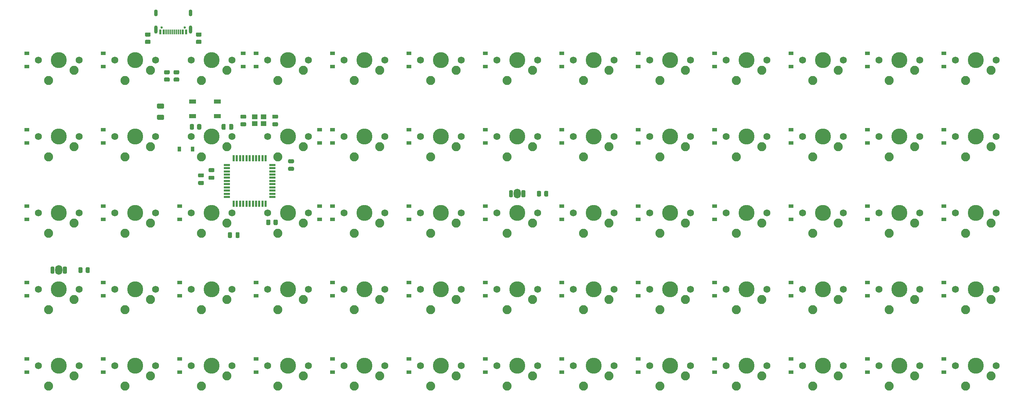
<source format=gbr>
%TF.GenerationSoftware,KiCad,Pcbnew,5.1.9+dfsg1-1*%
%TF.CreationDate,2021-12-19T00:26:22+01:00*%
%TF.ProjectId,okey65-pcb,6f6b6579-3635-42d7-9063-622e6b696361,rev?*%
%TF.SameCoordinates,Original*%
%TF.FileFunction,Soldermask,Bot*%
%TF.FilePolarity,Negative*%
%FSLAX46Y46*%
G04 Gerber Fmt 4.6, Leading zero omitted, Abs format (unit mm)*
G04 Created by KiCad (PCBNEW 5.1.9+dfsg1-1) date 2021-12-19 00:26:22*
%MOMM*%
%LPD*%
G01*
G04 APERTURE LIST*
%ADD10C,2.250000*%
%ADD11C,3.987800*%
%ADD12C,1.750000*%
%ADD13R,1.400000X1.200000*%
%ADD14R,0.550000X1.500000*%
%ADD15R,1.500000X0.550000*%
%ADD16R,1.800000X1.100000*%
%ADD17R,0.600000X1.160000*%
%ADD18C,0.600000*%
%ADD19R,0.300000X1.160000*%
%ADD20O,0.900000X1.700000*%
%ADD21O,0.900000X2.000000*%
%ADD22O,1.800000X2.400000*%
%ADD23R,1.200000X0.900000*%
%ADD24R,0.900000X1.200000*%
G04 APERTURE END LIST*
D10*
%TO.C,MX3*%
X68897500Y-46355000D03*
D11*
X71437500Y-41275000D03*
D10*
X75247500Y-43815000D03*
D12*
X76517500Y-41275000D03*
X66357500Y-41275000D03*
%TD*%
D10*
%TO.C,MX34*%
X164147500Y-84455000D03*
D11*
X166687500Y-79375000D03*
D10*
X170497500Y-81915000D03*
D12*
X171767500Y-79375000D03*
X161607500Y-79375000D03*
%TD*%
D10*
%TO.C,MX30*%
X87947500Y-84455000D03*
D11*
X90487500Y-79375000D03*
D10*
X94297500Y-81915000D03*
D12*
X95567500Y-79375000D03*
X85407500Y-79375000D03*
%TD*%
D10*
%TO.C,MX29*%
X68897500Y-84455000D03*
D11*
X71437500Y-79375000D03*
D10*
X75247500Y-81915000D03*
D12*
X76517500Y-79375000D03*
X66357500Y-79375000D03*
%TD*%
D10*
%TO.C,MX16*%
X68897500Y-65405000D03*
D11*
X71437500Y-60325000D03*
D10*
X75247500Y-62865000D03*
D12*
X76517500Y-60325000D03*
X66357500Y-60325000D03*
%TD*%
%TO.C,F1*%
G36*
G01*
X59362500Y-53387500D02*
X58112500Y-53387500D01*
G75*
G02*
X57862500Y-53137500I0J250000D01*
G01*
X57862500Y-52387500D01*
G75*
G02*
X58112500Y-52137500I250000J0D01*
G01*
X59362500Y-52137500D01*
G75*
G02*
X59612500Y-52387500I0J-250000D01*
G01*
X59612500Y-53137500D01*
G75*
G02*
X59362500Y-53387500I-250000J0D01*
G01*
G37*
G36*
G01*
X59362500Y-56187500D02*
X58112500Y-56187500D01*
G75*
G02*
X57862500Y-55937500I0J250000D01*
G01*
X57862500Y-55187500D01*
G75*
G02*
X58112500Y-54937500I250000J0D01*
G01*
X59362500Y-54937500D01*
G75*
G02*
X59612500Y-55187500I0J-250000D01*
G01*
X59612500Y-55937500D01*
G75*
G02*
X59362500Y-56187500I-250000J0D01*
G01*
G37*
%TD*%
D13*
%TO.C,Y1*%
X84443750Y-55450000D03*
X82243750Y-55450000D03*
X82243750Y-57150000D03*
X84443750Y-57150000D03*
%TD*%
D14*
%TO.C,U1*%
X76962500Y-77137500D03*
X77762500Y-77137500D03*
X78562500Y-77137500D03*
X79362500Y-77137500D03*
X80162500Y-77137500D03*
X80962500Y-77137500D03*
X81762500Y-77137500D03*
X82562500Y-77137500D03*
X83362500Y-77137500D03*
X84162500Y-77137500D03*
X84962500Y-77137500D03*
D15*
X86662500Y-75437500D03*
X86662500Y-74637500D03*
X86662500Y-73837500D03*
X86662500Y-73037500D03*
X86662500Y-72237500D03*
X86662500Y-71437500D03*
X86662500Y-70637500D03*
X86662500Y-69837500D03*
X86662500Y-69037500D03*
X86662500Y-68237500D03*
X86662500Y-67437500D03*
D14*
X84962500Y-65737500D03*
X84162500Y-65737500D03*
X83362500Y-65737500D03*
X82562500Y-65737500D03*
X81762500Y-65737500D03*
X80962500Y-65737500D03*
X80162500Y-65737500D03*
X79362500Y-65737500D03*
X78562500Y-65737500D03*
X77762500Y-65737500D03*
X76962500Y-65737500D03*
D15*
X75262500Y-67437500D03*
X75262500Y-68237500D03*
X75262500Y-69037500D03*
X75262500Y-69837500D03*
X75262500Y-70637500D03*
X75262500Y-71437500D03*
X75262500Y-72237500D03*
X75262500Y-73037500D03*
X75262500Y-73837500D03*
X75262500Y-74637500D03*
X75262500Y-75437500D03*
%TD*%
D16*
%TO.C,SW1*%
X72950000Y-51593750D03*
X66750000Y-55293750D03*
X72950000Y-55293750D03*
X66750000Y-51593750D03*
%TD*%
%TO.C,R8*%
G36*
G01*
X154387500Y-75062501D02*
X154387500Y-74162499D01*
G75*
G02*
X154637499Y-73912500I249999J0D01*
G01*
X155162501Y-73912500D01*
G75*
G02*
X155412500Y-74162499I0J-249999D01*
G01*
X155412500Y-75062501D01*
G75*
G02*
X155162501Y-75312500I-249999J0D01*
G01*
X154637499Y-75312500D01*
G75*
G02*
X154387500Y-75062501I0J249999D01*
G01*
G37*
G36*
G01*
X152562500Y-75062501D02*
X152562500Y-74162499D01*
G75*
G02*
X152812499Y-73912500I249999J0D01*
G01*
X153337501Y-73912500D01*
G75*
G02*
X153587500Y-74162499I0J-249999D01*
G01*
X153587500Y-75062501D01*
G75*
G02*
X153337501Y-75312500I-249999J0D01*
G01*
X152812499Y-75312500D01*
G75*
G02*
X152562500Y-75062501I0J249999D01*
G01*
G37*
%TD*%
%TO.C,R7*%
G36*
G01*
X67812499Y-36237500D02*
X68712501Y-36237500D01*
G75*
G02*
X68962500Y-36487499I0J-249999D01*
G01*
X68962500Y-37012501D01*
G75*
G02*
X68712501Y-37262500I-249999J0D01*
G01*
X67812499Y-37262500D01*
G75*
G02*
X67562500Y-37012501I0J249999D01*
G01*
X67562500Y-36487499D01*
G75*
G02*
X67812499Y-36237500I249999J0D01*
G01*
G37*
G36*
G01*
X67812499Y-34412500D02*
X68712501Y-34412500D01*
G75*
G02*
X68962500Y-34662499I0J-249999D01*
G01*
X68962500Y-35187501D01*
G75*
G02*
X68712501Y-35437500I-249999J0D01*
G01*
X67812499Y-35437500D01*
G75*
G02*
X67562500Y-35187501I0J249999D01*
G01*
X67562500Y-34662499D01*
G75*
G02*
X67812499Y-34412500I249999J0D01*
G01*
G37*
%TD*%
%TO.C,R6*%
G36*
G01*
X55112499Y-36237500D02*
X56012501Y-36237500D01*
G75*
G02*
X56262500Y-36487499I0J-249999D01*
G01*
X56262500Y-37012501D01*
G75*
G02*
X56012501Y-37262500I-249999J0D01*
G01*
X55112499Y-37262500D01*
G75*
G02*
X54862500Y-37012501I0J249999D01*
G01*
X54862500Y-36487499D01*
G75*
G02*
X55112499Y-36237500I249999J0D01*
G01*
G37*
G36*
G01*
X55112499Y-34412500D02*
X56012501Y-34412500D01*
G75*
G02*
X56262500Y-34662499I0J-249999D01*
G01*
X56262500Y-35187501D01*
G75*
G02*
X56012501Y-35437500I-249999J0D01*
G01*
X55112499Y-35437500D01*
G75*
G02*
X54862500Y-35187501I0J249999D01*
G01*
X54862500Y-34662499D01*
G75*
G02*
X55112499Y-34412500I249999J0D01*
G01*
G37*
%TD*%
%TO.C,R5*%
G36*
G01*
X40087500Y-94112501D02*
X40087500Y-93212499D01*
G75*
G02*
X40337499Y-92962500I249999J0D01*
G01*
X40862501Y-92962500D01*
G75*
G02*
X41112500Y-93212499I0J-249999D01*
G01*
X41112500Y-94112501D01*
G75*
G02*
X40862501Y-94362500I-249999J0D01*
G01*
X40337499Y-94362500D01*
G75*
G02*
X40087500Y-94112501I0J249999D01*
G01*
G37*
G36*
G01*
X38262500Y-94112501D02*
X38262500Y-93212499D01*
G75*
G02*
X38512499Y-92962500I249999J0D01*
G01*
X39037501Y-92962500D01*
G75*
G02*
X39287500Y-93212499I0J-249999D01*
G01*
X39287500Y-94112501D01*
G75*
G02*
X39037501Y-94362500I-249999J0D01*
G01*
X38512499Y-94362500D01*
G75*
G02*
X38262500Y-94112501I0J249999D01*
G01*
G37*
%TD*%
%TO.C,R4*%
G36*
G01*
X86918750Y-82206251D02*
X86918750Y-81306249D01*
G75*
G02*
X87168749Y-81056250I249999J0D01*
G01*
X87693751Y-81056250D01*
G75*
G02*
X87943750Y-81306249I0J-249999D01*
G01*
X87943750Y-82206251D01*
G75*
G02*
X87693751Y-82456250I-249999J0D01*
G01*
X87168749Y-82456250D01*
G75*
G02*
X86918750Y-82206251I0J249999D01*
G01*
G37*
G36*
G01*
X85093750Y-82206251D02*
X85093750Y-81306249D01*
G75*
G02*
X85343749Y-81056250I249999J0D01*
G01*
X85868751Y-81056250D01*
G75*
G02*
X86118750Y-81306249I0J-249999D01*
G01*
X86118750Y-82206251D01*
G75*
G02*
X85868751Y-82456250I-249999J0D01*
G01*
X85343749Y-82456250D01*
G75*
G02*
X85093750Y-82206251I0J249999D01*
G01*
G37*
%TD*%
%TO.C,R3*%
G36*
G01*
X60775001Y-44843750D02*
X59874999Y-44843750D01*
G75*
G02*
X59625000Y-44593751I0J249999D01*
G01*
X59625000Y-44068749D01*
G75*
G02*
X59874999Y-43818750I249999J0D01*
G01*
X60775001Y-43818750D01*
G75*
G02*
X61025000Y-44068749I0J-249999D01*
G01*
X61025000Y-44593751D01*
G75*
G02*
X60775001Y-44843750I-249999J0D01*
G01*
G37*
G36*
G01*
X60775001Y-46668750D02*
X59874999Y-46668750D01*
G75*
G02*
X59625000Y-46418751I0J249999D01*
G01*
X59625000Y-45893749D01*
G75*
G02*
X59874999Y-45643750I249999J0D01*
G01*
X60775001Y-45643750D01*
G75*
G02*
X61025000Y-45893749I0J-249999D01*
G01*
X61025000Y-46418751D01*
G75*
G02*
X60775001Y-46668750I-249999J0D01*
G01*
G37*
%TD*%
%TO.C,R2*%
G36*
G01*
X63156251Y-44843750D02*
X62256249Y-44843750D01*
G75*
G02*
X62006250Y-44593751I0J249999D01*
G01*
X62006250Y-44068749D01*
G75*
G02*
X62256249Y-43818750I249999J0D01*
G01*
X63156251Y-43818750D01*
G75*
G02*
X63406250Y-44068749I0J-249999D01*
G01*
X63406250Y-44593751D01*
G75*
G02*
X63156251Y-44843750I-249999J0D01*
G01*
G37*
G36*
G01*
X63156251Y-46668750D02*
X62256249Y-46668750D01*
G75*
G02*
X62006250Y-46418751I0J249999D01*
G01*
X62006250Y-45893749D01*
G75*
G02*
X62256249Y-45643750I249999J0D01*
G01*
X63156251Y-45643750D01*
G75*
G02*
X63406250Y-45893749I0J-249999D01*
G01*
X63406250Y-46418751D01*
G75*
G02*
X63156251Y-46668750I-249999J0D01*
G01*
G37*
%TD*%
%TO.C,R1*%
G36*
G01*
X67068750Y-57493749D02*
X67068750Y-58393751D01*
G75*
G02*
X66818751Y-58643750I-249999J0D01*
G01*
X66293749Y-58643750D01*
G75*
G02*
X66043750Y-58393751I0J249999D01*
G01*
X66043750Y-57493749D01*
G75*
G02*
X66293749Y-57243750I249999J0D01*
G01*
X66818751Y-57243750D01*
G75*
G02*
X67068750Y-57493749I0J-249999D01*
G01*
G37*
G36*
G01*
X68893750Y-57493749D02*
X68893750Y-58393751D01*
G75*
G02*
X68643751Y-58643750I-249999J0D01*
G01*
X68118749Y-58643750D01*
G75*
G02*
X67868750Y-58393751I0J249999D01*
G01*
X67868750Y-57493749D01*
G75*
G02*
X68118749Y-57243750I249999J0D01*
G01*
X68643751Y-57243750D01*
G75*
G02*
X68893750Y-57493749I0J-249999D01*
G01*
G37*
%TD*%
D10*
%TO.C,MX65*%
X259397500Y-122555000D03*
D11*
X261937500Y-117475000D03*
D10*
X265747500Y-120015000D03*
D12*
X267017500Y-117475000D03*
X256857500Y-117475000D03*
%TD*%
D10*
%TO.C,MX64*%
X240347500Y-122555000D03*
D11*
X242887500Y-117475000D03*
D10*
X246697500Y-120015000D03*
D12*
X247967500Y-117475000D03*
X237807500Y-117475000D03*
%TD*%
D10*
%TO.C,MX63*%
X221297500Y-122555000D03*
D11*
X223837500Y-117475000D03*
D10*
X227647500Y-120015000D03*
D12*
X228917500Y-117475000D03*
X218757500Y-117475000D03*
%TD*%
D10*
%TO.C,MX62*%
X202247500Y-122555000D03*
D11*
X204787500Y-117475000D03*
D10*
X208597500Y-120015000D03*
D12*
X209867500Y-117475000D03*
X199707500Y-117475000D03*
%TD*%
D10*
%TO.C,MX61*%
X183197500Y-122555000D03*
D11*
X185737500Y-117475000D03*
D10*
X189547500Y-120015000D03*
D12*
X190817500Y-117475000D03*
X180657500Y-117475000D03*
%TD*%
D10*
%TO.C,MX60*%
X164147500Y-122555000D03*
D11*
X166687500Y-117475000D03*
D10*
X170497500Y-120015000D03*
D12*
X171767500Y-117475000D03*
X161607500Y-117475000D03*
%TD*%
D10*
%TO.C,MX59*%
X145097500Y-122555000D03*
D11*
X147637500Y-117475000D03*
D10*
X151447500Y-120015000D03*
D12*
X152717500Y-117475000D03*
X142557500Y-117475000D03*
%TD*%
D10*
%TO.C,MX58*%
X126047500Y-122555000D03*
D11*
X128587500Y-117475000D03*
D10*
X132397500Y-120015000D03*
D12*
X133667500Y-117475000D03*
X123507500Y-117475000D03*
%TD*%
D10*
%TO.C,MX57*%
X106997500Y-122555000D03*
D11*
X109537500Y-117475000D03*
D10*
X113347500Y-120015000D03*
D12*
X114617500Y-117475000D03*
X104457500Y-117475000D03*
%TD*%
D10*
%TO.C,MX56*%
X87947500Y-122555000D03*
D11*
X90487500Y-117475000D03*
D10*
X94297500Y-120015000D03*
D12*
X95567500Y-117475000D03*
X85407500Y-117475000D03*
%TD*%
D10*
%TO.C,MX55*%
X68897500Y-122555000D03*
D11*
X71437500Y-117475000D03*
D10*
X75247500Y-120015000D03*
D12*
X76517500Y-117475000D03*
X66357500Y-117475000D03*
%TD*%
D10*
%TO.C,MX54*%
X49847500Y-122555000D03*
D11*
X52387500Y-117475000D03*
D10*
X56197500Y-120015000D03*
D12*
X57467500Y-117475000D03*
X47307500Y-117475000D03*
%TD*%
D10*
%TO.C,MX53*%
X30797500Y-122555000D03*
D11*
X33337500Y-117475000D03*
D10*
X37147500Y-120015000D03*
D12*
X38417500Y-117475000D03*
X28257500Y-117475000D03*
%TD*%
D10*
%TO.C,MX52*%
X259397500Y-103505000D03*
D11*
X261937500Y-98425000D03*
D10*
X265747500Y-100965000D03*
D12*
X267017500Y-98425000D03*
X256857500Y-98425000D03*
%TD*%
D10*
%TO.C,MX51*%
X240347500Y-103505000D03*
D11*
X242887500Y-98425000D03*
D10*
X246697500Y-100965000D03*
D12*
X247967500Y-98425000D03*
X237807500Y-98425000D03*
%TD*%
D10*
%TO.C,MX50*%
X221297500Y-103505000D03*
D11*
X223837500Y-98425000D03*
D10*
X227647500Y-100965000D03*
D12*
X228917500Y-98425000D03*
X218757500Y-98425000D03*
%TD*%
D10*
%TO.C,MX49*%
X202247500Y-103505000D03*
D11*
X204787500Y-98425000D03*
D10*
X208597500Y-100965000D03*
D12*
X209867500Y-98425000D03*
X199707500Y-98425000D03*
%TD*%
D10*
%TO.C,MX48*%
X183197500Y-103505000D03*
D11*
X185737500Y-98425000D03*
D10*
X189547500Y-100965000D03*
D12*
X190817500Y-98425000D03*
X180657500Y-98425000D03*
%TD*%
D10*
%TO.C,MX47*%
X164147500Y-103505000D03*
D11*
X166687500Y-98425000D03*
D10*
X170497500Y-100965000D03*
D12*
X171767500Y-98425000D03*
X161607500Y-98425000D03*
%TD*%
D10*
%TO.C,MX46*%
X145097500Y-103505000D03*
D11*
X147637500Y-98425000D03*
D10*
X151447500Y-100965000D03*
D12*
X152717500Y-98425000D03*
X142557500Y-98425000D03*
%TD*%
D10*
%TO.C,MX45*%
X126047500Y-103505000D03*
D11*
X128587500Y-98425000D03*
D10*
X132397500Y-100965000D03*
D12*
X133667500Y-98425000D03*
X123507500Y-98425000D03*
%TD*%
D10*
%TO.C,MX44*%
X106997500Y-103505000D03*
D11*
X109537500Y-98425000D03*
D10*
X113347500Y-100965000D03*
D12*
X114617500Y-98425000D03*
X104457500Y-98425000D03*
%TD*%
D10*
%TO.C,MX43*%
X87947500Y-103505000D03*
D11*
X90487500Y-98425000D03*
D10*
X94297500Y-100965000D03*
D12*
X95567500Y-98425000D03*
X85407500Y-98425000D03*
%TD*%
D10*
%TO.C,MX42*%
X68897500Y-103505000D03*
D11*
X71437500Y-98425000D03*
D10*
X75247500Y-100965000D03*
D12*
X76517500Y-98425000D03*
X66357500Y-98425000D03*
%TD*%
D10*
%TO.C,MX41*%
X49847500Y-103505000D03*
D11*
X52387500Y-98425000D03*
D10*
X56197500Y-100965000D03*
D12*
X57467500Y-98425000D03*
X47307500Y-98425000D03*
%TD*%
D10*
%TO.C,MX40*%
X30797500Y-103505000D03*
D11*
X33337500Y-98425000D03*
D10*
X37147500Y-100965000D03*
D12*
X38417500Y-98425000D03*
X28257500Y-98425000D03*
%TD*%
D10*
%TO.C,MX39*%
X259397500Y-84455000D03*
D11*
X261937500Y-79375000D03*
D10*
X265747500Y-81915000D03*
D12*
X267017500Y-79375000D03*
X256857500Y-79375000D03*
%TD*%
D10*
%TO.C,MX38*%
X240347500Y-84455000D03*
D11*
X242887500Y-79375000D03*
D10*
X246697500Y-81915000D03*
D12*
X247967500Y-79375000D03*
X237807500Y-79375000D03*
%TD*%
D10*
%TO.C,MX37*%
X221297500Y-84455000D03*
D11*
X223837500Y-79375000D03*
D10*
X227647500Y-81915000D03*
D12*
X228917500Y-79375000D03*
X218757500Y-79375000D03*
%TD*%
D10*
%TO.C,MX36*%
X202247500Y-84455000D03*
D11*
X204787500Y-79375000D03*
D10*
X208597500Y-81915000D03*
D12*
X209867500Y-79375000D03*
X199707500Y-79375000D03*
%TD*%
D10*
%TO.C,MX35*%
X183197500Y-84455000D03*
D11*
X185737500Y-79375000D03*
D10*
X189547500Y-81915000D03*
D12*
X190817500Y-79375000D03*
X180657500Y-79375000D03*
%TD*%
D10*
%TO.C,MX33*%
X145097500Y-84455000D03*
D11*
X147637500Y-79375000D03*
D10*
X151447500Y-81915000D03*
D12*
X152717500Y-79375000D03*
X142557500Y-79375000D03*
%TD*%
D10*
%TO.C,MX32*%
X126047500Y-84455000D03*
D11*
X128587500Y-79375000D03*
D10*
X132397500Y-81915000D03*
D12*
X133667500Y-79375000D03*
X123507500Y-79375000D03*
%TD*%
D10*
%TO.C,MX31*%
X106997500Y-84455000D03*
D11*
X109537500Y-79375000D03*
D10*
X113347500Y-81915000D03*
D12*
X114617500Y-79375000D03*
X104457500Y-79375000D03*
%TD*%
D10*
%TO.C,MX28*%
X49847500Y-84455000D03*
D11*
X52387500Y-79375000D03*
D10*
X56197500Y-81915000D03*
D12*
X57467500Y-79375000D03*
X47307500Y-79375000D03*
%TD*%
D10*
%TO.C,MX27*%
X30797500Y-84455000D03*
D11*
X33337500Y-79375000D03*
D10*
X37147500Y-81915000D03*
D12*
X38417500Y-79375000D03*
X28257500Y-79375000D03*
%TD*%
D10*
%TO.C,MX26*%
X259397500Y-65405000D03*
D11*
X261937500Y-60325000D03*
D10*
X265747500Y-62865000D03*
D12*
X267017500Y-60325000D03*
X256857500Y-60325000D03*
%TD*%
D10*
%TO.C,MX25*%
X240347500Y-65405000D03*
D11*
X242887500Y-60325000D03*
D10*
X246697500Y-62865000D03*
D12*
X247967500Y-60325000D03*
X237807500Y-60325000D03*
%TD*%
D10*
%TO.C,MX24*%
X221297500Y-65405000D03*
D11*
X223837500Y-60325000D03*
D10*
X227647500Y-62865000D03*
D12*
X228917500Y-60325000D03*
X218757500Y-60325000D03*
%TD*%
D10*
%TO.C,MX23*%
X202247500Y-65405000D03*
D11*
X204787500Y-60325000D03*
D10*
X208597500Y-62865000D03*
D12*
X209867500Y-60325000D03*
X199707500Y-60325000D03*
%TD*%
D10*
%TO.C,MX22*%
X183197500Y-65405000D03*
D11*
X185737500Y-60325000D03*
D10*
X189547500Y-62865000D03*
D12*
X190817500Y-60325000D03*
X180657500Y-60325000D03*
%TD*%
D10*
%TO.C,MX21*%
X164147500Y-65405000D03*
D11*
X166687500Y-60325000D03*
D10*
X170497500Y-62865000D03*
D12*
X171767500Y-60325000D03*
X161607500Y-60325000D03*
%TD*%
D10*
%TO.C,MX20*%
X145097500Y-65405000D03*
D11*
X147637500Y-60325000D03*
D10*
X151447500Y-62865000D03*
D12*
X152717500Y-60325000D03*
X142557500Y-60325000D03*
%TD*%
D10*
%TO.C,MX19*%
X126047500Y-65405000D03*
D11*
X128587500Y-60325000D03*
D10*
X132397500Y-62865000D03*
D12*
X133667500Y-60325000D03*
X123507500Y-60325000D03*
%TD*%
D10*
%TO.C,MX18*%
X106997500Y-65405000D03*
D11*
X109537500Y-60325000D03*
D10*
X113347500Y-62865000D03*
D12*
X114617500Y-60325000D03*
X104457500Y-60325000D03*
%TD*%
D10*
%TO.C,MX17*%
X87947500Y-65405000D03*
D11*
X90487500Y-60325000D03*
D10*
X94297500Y-62865000D03*
D12*
X95567500Y-60325000D03*
X85407500Y-60325000D03*
%TD*%
D10*
%TO.C,MX15*%
X49847500Y-65405000D03*
D11*
X52387500Y-60325000D03*
D10*
X56197500Y-62865000D03*
D12*
X57467500Y-60325000D03*
X47307500Y-60325000D03*
%TD*%
D10*
%TO.C,MX14*%
X30797500Y-65405000D03*
D11*
X33337500Y-60325000D03*
D10*
X37147500Y-62865000D03*
D12*
X38417500Y-60325000D03*
X28257500Y-60325000D03*
%TD*%
D10*
%TO.C,MX13*%
X259397500Y-46355000D03*
D11*
X261937500Y-41275000D03*
D10*
X265747500Y-43815000D03*
D12*
X267017500Y-41275000D03*
X256857500Y-41275000D03*
%TD*%
D10*
%TO.C,MX12*%
X240347500Y-46355000D03*
D11*
X242887500Y-41275000D03*
D10*
X246697500Y-43815000D03*
D12*
X247967500Y-41275000D03*
X237807500Y-41275000D03*
%TD*%
D10*
%TO.C,MX11*%
X221297500Y-46355000D03*
D11*
X223837500Y-41275000D03*
D10*
X227647500Y-43815000D03*
D12*
X228917500Y-41275000D03*
X218757500Y-41275000D03*
%TD*%
D10*
%TO.C,MX10*%
X202247500Y-46355000D03*
D11*
X204787500Y-41275000D03*
D10*
X208597500Y-43815000D03*
D12*
X209867500Y-41275000D03*
X199707500Y-41275000D03*
%TD*%
D10*
%TO.C,MX9*%
X183197500Y-46355000D03*
D11*
X185737500Y-41275000D03*
D10*
X189547500Y-43815000D03*
D12*
X190817500Y-41275000D03*
X180657500Y-41275000D03*
%TD*%
D10*
%TO.C,MX8*%
X164147500Y-46355000D03*
D11*
X166687500Y-41275000D03*
D10*
X170497500Y-43815000D03*
D12*
X171767500Y-41275000D03*
X161607500Y-41275000D03*
%TD*%
D10*
%TO.C,MX7*%
X145097500Y-46355000D03*
D11*
X147637500Y-41275000D03*
D10*
X151447500Y-43815000D03*
D12*
X152717500Y-41275000D03*
X142557500Y-41275000D03*
%TD*%
D10*
%TO.C,MX6*%
X126047500Y-46355000D03*
D11*
X128587500Y-41275000D03*
D10*
X132397500Y-43815000D03*
D12*
X133667500Y-41275000D03*
X123507500Y-41275000D03*
%TD*%
D10*
%TO.C,MX5*%
X106997500Y-46355000D03*
D11*
X109537500Y-41275000D03*
D10*
X113347500Y-43815000D03*
D12*
X114617500Y-41275000D03*
X104457500Y-41275000D03*
%TD*%
D10*
%TO.C,MX4*%
X87947500Y-46355000D03*
D11*
X90487500Y-41275000D03*
D10*
X94297500Y-43815000D03*
D12*
X95567500Y-41275000D03*
X85407500Y-41275000D03*
%TD*%
D10*
%TO.C,MX2*%
X49847500Y-46355000D03*
D11*
X52387500Y-41275000D03*
D10*
X56197500Y-43815000D03*
D12*
X57467500Y-41275000D03*
X47307500Y-41275000D03*
%TD*%
D10*
%TO.C,MX1*%
X30797500Y-46355000D03*
D11*
X33337500Y-41275000D03*
D10*
X37147500Y-43815000D03*
D12*
X38417500Y-41275000D03*
X28257500Y-41275000D03*
%TD*%
D17*
%TO.C,J1*%
X65112500Y-34260000D03*
X64312500Y-34260000D03*
X65112500Y-34260000D03*
X64312500Y-34260000D03*
X58712500Y-34260000D03*
X58712500Y-34260000D03*
X59512500Y-34260000D03*
X59512500Y-34260000D03*
D18*
X59022500Y-33200000D03*
X64802500Y-33200000D03*
D19*
X63662500Y-34260000D03*
X62662500Y-34260000D03*
X63162500Y-34260000D03*
X60662500Y-34260000D03*
X60162500Y-34260000D03*
X62162500Y-34260000D03*
X61662500Y-34260000D03*
X61162500Y-34260000D03*
D20*
X66232500Y-29510000D03*
X57592500Y-29510000D03*
D21*
X66232500Y-33680000D03*
X57592500Y-33680000D03*
%TD*%
D22*
%TO.C,D67*%
X147637500Y-74612500D03*
G36*
G01*
X148712500Y-75297500D02*
X148712500Y-73927500D01*
G75*
G02*
X148902500Y-73737500I190000J0D01*
G01*
X149472500Y-73737500D01*
G75*
G02*
X149662500Y-73927500I0J-190000D01*
G01*
X149662500Y-75297500D01*
G75*
G02*
X149472500Y-75487500I-190000J0D01*
G01*
X148902500Y-75487500D01*
G75*
G02*
X148712500Y-75297500I0J190000D01*
G01*
G37*
G36*
G01*
X145612500Y-75297500D02*
X145612500Y-73927500D01*
G75*
G02*
X145802500Y-73737500I190000J0D01*
G01*
X146372500Y-73737500D01*
G75*
G02*
X146562500Y-73927500I0J-190000D01*
G01*
X146562500Y-75297500D01*
G75*
G02*
X146372500Y-75487500I-190000J0D01*
G01*
X145802500Y-75487500D01*
G75*
G02*
X145612500Y-75297500I0J190000D01*
G01*
G37*
%TD*%
%TO.C,D66*%
X33337500Y-93662500D03*
G36*
G01*
X34412500Y-94347500D02*
X34412500Y-92977500D01*
G75*
G02*
X34602500Y-92787500I190000J0D01*
G01*
X35172500Y-92787500D01*
G75*
G02*
X35362500Y-92977500I0J-190000D01*
G01*
X35362500Y-94347500D01*
G75*
G02*
X35172500Y-94537500I-190000J0D01*
G01*
X34602500Y-94537500D01*
G75*
G02*
X34412500Y-94347500I0J190000D01*
G01*
G37*
G36*
G01*
X31312500Y-94347500D02*
X31312500Y-92977500D01*
G75*
G02*
X31502500Y-92787500I190000J0D01*
G01*
X32072500Y-92787500D01*
G75*
G02*
X32262500Y-92977500I0J-190000D01*
G01*
X32262500Y-94347500D01*
G75*
G02*
X32072500Y-94537500I-190000J0D01*
G01*
X31502500Y-94537500D01*
G75*
G02*
X31312500Y-94347500I0J190000D01*
G01*
G37*
%TD*%
D23*
%TO.C,D65*%
X254000000Y-119125000D03*
X254000000Y-115825000D03*
%TD*%
%TO.C,D64*%
X234950000Y-119125000D03*
X234950000Y-115825000D03*
%TD*%
%TO.C,D63*%
X215900000Y-119125000D03*
X215900000Y-115825000D03*
%TD*%
%TO.C,D62*%
X196850000Y-119125000D03*
X196850000Y-115825000D03*
%TD*%
%TO.C,D61*%
X177800000Y-119125000D03*
X177800000Y-115825000D03*
%TD*%
%TO.C,D60*%
X158750000Y-119125000D03*
X158750000Y-115825000D03*
%TD*%
%TO.C,D59*%
X139700000Y-119125000D03*
X139700000Y-115825000D03*
%TD*%
%TO.C,D58*%
X120650000Y-119125000D03*
X120650000Y-115825000D03*
%TD*%
%TO.C,D57*%
X101600000Y-119125000D03*
X101600000Y-115825000D03*
%TD*%
%TO.C,D56*%
X82550000Y-119125000D03*
X82550000Y-115825000D03*
%TD*%
%TO.C,D55*%
X63500000Y-119125000D03*
X63500000Y-115825000D03*
%TD*%
%TO.C,D54*%
X44450000Y-119125000D03*
X44450000Y-115825000D03*
%TD*%
%TO.C,D53*%
X25400000Y-119125000D03*
X25400000Y-115825000D03*
%TD*%
%TO.C,D52*%
X254000000Y-100075000D03*
X254000000Y-96775000D03*
%TD*%
%TO.C,D51*%
X234950000Y-100075000D03*
X234950000Y-96775000D03*
%TD*%
%TO.C,D50*%
X215900000Y-100075000D03*
X215900000Y-96775000D03*
%TD*%
%TO.C,D49*%
X196850000Y-100075000D03*
X196850000Y-96775000D03*
%TD*%
%TO.C,D48*%
X177800000Y-100075000D03*
X177800000Y-96775000D03*
%TD*%
%TO.C,D47*%
X158750000Y-100075000D03*
X158750000Y-96775000D03*
%TD*%
%TO.C,D46*%
X139700000Y-100075000D03*
X139700000Y-96775000D03*
%TD*%
%TO.C,D45*%
X120650000Y-100075000D03*
X120650000Y-96775000D03*
%TD*%
%TO.C,D44*%
X101600000Y-100075000D03*
X101600000Y-96775000D03*
%TD*%
%TO.C,D43*%
X82550000Y-100075000D03*
X82550000Y-96775000D03*
%TD*%
%TO.C,D42*%
X63500000Y-100075000D03*
X63500000Y-96775000D03*
%TD*%
%TO.C,D41*%
X44450000Y-100075000D03*
X44450000Y-96775000D03*
%TD*%
%TO.C,D40*%
X25400000Y-100075000D03*
X25400000Y-96775000D03*
%TD*%
%TO.C,D39*%
X254000000Y-81025000D03*
X254000000Y-77725000D03*
%TD*%
%TO.C,D38*%
X234950000Y-81025000D03*
X234950000Y-77725000D03*
%TD*%
%TO.C,D37*%
X215900000Y-81025000D03*
X215900000Y-77725000D03*
%TD*%
%TO.C,D36*%
X196850000Y-81025000D03*
X196850000Y-77725000D03*
%TD*%
%TO.C,D35*%
X177800000Y-81025000D03*
X177800000Y-77725000D03*
%TD*%
%TO.C,D34*%
X158750000Y-81025000D03*
X158750000Y-77725000D03*
%TD*%
%TO.C,D33*%
X139700000Y-81025000D03*
X139700000Y-77725000D03*
%TD*%
%TO.C,D32*%
X120650000Y-81025000D03*
X120650000Y-77725000D03*
%TD*%
%TO.C,D31*%
X101600000Y-81025000D03*
X101600000Y-77725000D03*
%TD*%
%TO.C,D30*%
X98425000Y-81025000D03*
X98425000Y-77725000D03*
%TD*%
%TO.C,D29*%
X63500000Y-81025000D03*
X63500000Y-77725000D03*
%TD*%
%TO.C,D28*%
X44450000Y-81025000D03*
X44450000Y-77725000D03*
%TD*%
%TO.C,D27*%
X25400000Y-81025000D03*
X25400000Y-77725000D03*
%TD*%
%TO.C,D26*%
X254000000Y-61975000D03*
X254000000Y-58675000D03*
%TD*%
%TO.C,D25*%
X234950000Y-61975000D03*
X234950000Y-58675000D03*
%TD*%
%TO.C,D24*%
X215900000Y-61975000D03*
X215900000Y-58675000D03*
%TD*%
%TO.C,D23*%
X196850000Y-61975000D03*
X196850000Y-58675000D03*
%TD*%
%TO.C,D22*%
X177800000Y-61975000D03*
X177800000Y-58675000D03*
%TD*%
%TO.C,D21*%
X158750000Y-61975000D03*
X158750000Y-58675000D03*
%TD*%
%TO.C,D20*%
X139700000Y-61975000D03*
X139700000Y-58675000D03*
%TD*%
%TO.C,D19*%
X120650000Y-61975000D03*
X120650000Y-58675000D03*
%TD*%
%TO.C,D18*%
X101600000Y-61975000D03*
X101600000Y-58675000D03*
%TD*%
%TO.C,D17*%
X98425000Y-61975000D03*
X98425000Y-58675000D03*
%TD*%
D24*
%TO.C,D16*%
X66737500Y-63500000D03*
X63437500Y-63500000D03*
%TD*%
D23*
%TO.C,D15*%
X44450000Y-61975000D03*
X44450000Y-58675000D03*
%TD*%
%TO.C,D14*%
X25400000Y-61975000D03*
X25400000Y-58675000D03*
%TD*%
%TO.C,D13*%
X254000000Y-42925000D03*
X254000000Y-39625000D03*
%TD*%
%TO.C,D12*%
X234950000Y-42925000D03*
X234950000Y-39625000D03*
%TD*%
%TO.C,D11*%
X215900000Y-42925000D03*
X215900000Y-39625000D03*
%TD*%
%TO.C,D10*%
X196850000Y-42925000D03*
X196850000Y-39625000D03*
%TD*%
%TO.C,D9*%
X177800000Y-42925000D03*
X177800000Y-39625000D03*
%TD*%
%TO.C,D8*%
X158750000Y-42925000D03*
X158750000Y-39625000D03*
%TD*%
%TO.C,D7*%
X139700000Y-42925000D03*
X139700000Y-39625000D03*
%TD*%
%TO.C,D6*%
X120650000Y-42925000D03*
X120650000Y-39625000D03*
%TD*%
%TO.C,D5*%
X101600000Y-42925000D03*
X101600000Y-39625000D03*
%TD*%
%TO.C,D4*%
X82550000Y-42925000D03*
X82550000Y-39625000D03*
%TD*%
%TO.C,D3*%
X79375000Y-42925000D03*
X79375000Y-39625000D03*
%TD*%
%TO.C,D2*%
X44450000Y-42925000D03*
X44450000Y-39625000D03*
%TD*%
%TO.C,D1*%
X25400000Y-42925000D03*
X25400000Y-39625000D03*
%TD*%
%TO.C,C7*%
G36*
G01*
X68359000Y-71443000D02*
X69309000Y-71443000D01*
G75*
G02*
X69559000Y-71693000I0J-250000D01*
G01*
X69559000Y-72193000D01*
G75*
G02*
X69309000Y-72443000I-250000J0D01*
G01*
X68359000Y-72443000D01*
G75*
G02*
X68109000Y-72193000I0J250000D01*
G01*
X68109000Y-71693000D01*
G75*
G02*
X68359000Y-71443000I250000J0D01*
G01*
G37*
G36*
G01*
X68359000Y-69543000D02*
X69309000Y-69543000D01*
G75*
G02*
X69559000Y-69793000I0J-250000D01*
G01*
X69559000Y-70293000D01*
G75*
G02*
X69309000Y-70543000I-250000J0D01*
G01*
X68359000Y-70543000D01*
G75*
G02*
X68109000Y-70293000I0J250000D01*
G01*
X68109000Y-69793000D01*
G75*
G02*
X68359000Y-69543000I250000J0D01*
G01*
G37*
%TD*%
%TO.C,C6*%
G36*
G01*
X75543750Y-85406250D02*
X75543750Y-84456250D01*
G75*
G02*
X75793750Y-84206250I250000J0D01*
G01*
X76293750Y-84206250D01*
G75*
G02*
X76543750Y-84456250I0J-250000D01*
G01*
X76543750Y-85406250D01*
G75*
G02*
X76293750Y-85656250I-250000J0D01*
G01*
X75793750Y-85656250D01*
G75*
G02*
X75543750Y-85406250I0J250000D01*
G01*
G37*
G36*
G01*
X77443750Y-85406250D02*
X77443750Y-84456250D01*
G75*
G02*
X77693750Y-84206250I250000J0D01*
G01*
X78193750Y-84206250D01*
G75*
G02*
X78443750Y-84456250I0J-250000D01*
G01*
X78443750Y-85406250D01*
G75*
G02*
X78193750Y-85656250I-250000J0D01*
G01*
X77693750Y-85656250D01*
G75*
G02*
X77443750Y-85406250I0J250000D01*
G01*
G37*
%TD*%
%TO.C,C5*%
G36*
G01*
X91756250Y-68918750D02*
X90806250Y-68918750D01*
G75*
G02*
X90556250Y-68668750I0J250000D01*
G01*
X90556250Y-68168750D01*
G75*
G02*
X90806250Y-67918750I250000J0D01*
G01*
X91756250Y-67918750D01*
G75*
G02*
X92006250Y-68168750I0J-250000D01*
G01*
X92006250Y-68668750D01*
G75*
G02*
X91756250Y-68918750I-250000J0D01*
G01*
G37*
G36*
G01*
X91756250Y-67018750D02*
X90806250Y-67018750D01*
G75*
G02*
X90556250Y-66768750I0J250000D01*
G01*
X90556250Y-66268750D01*
G75*
G02*
X90806250Y-66018750I250000J0D01*
G01*
X91756250Y-66018750D01*
G75*
G02*
X92006250Y-66268750I0J-250000D01*
G01*
X92006250Y-66768750D01*
G75*
G02*
X91756250Y-67018750I-250000J0D01*
G01*
G37*
%TD*%
%TO.C,C4*%
G36*
G01*
X73956250Y-58418750D02*
X73956250Y-57468750D01*
G75*
G02*
X74206250Y-57218750I250000J0D01*
G01*
X74706250Y-57218750D01*
G75*
G02*
X74956250Y-57468750I0J-250000D01*
G01*
X74956250Y-58418750D01*
G75*
G02*
X74706250Y-58668750I-250000J0D01*
G01*
X74206250Y-58668750D01*
G75*
G02*
X73956250Y-58418750I0J250000D01*
G01*
G37*
G36*
G01*
X75856250Y-58418750D02*
X75856250Y-57468750D01*
G75*
G02*
X76106250Y-57218750I250000J0D01*
G01*
X76606250Y-57218750D01*
G75*
G02*
X76856250Y-57468750I0J-250000D01*
G01*
X76856250Y-58418750D01*
G75*
G02*
X76606250Y-58668750I-250000J0D01*
G01*
X76106250Y-58668750D01*
G75*
G02*
X75856250Y-58418750I0J250000D01*
G01*
G37*
%TD*%
%TO.C,C3*%
G36*
G01*
X70962500Y-70143750D02*
X71912500Y-70143750D01*
G75*
G02*
X72162500Y-70393750I0J-250000D01*
G01*
X72162500Y-70893750D01*
G75*
G02*
X71912500Y-71143750I-250000J0D01*
G01*
X70962500Y-71143750D01*
G75*
G02*
X70712500Y-70893750I0J250000D01*
G01*
X70712500Y-70393750D01*
G75*
G02*
X70962500Y-70143750I250000J0D01*
G01*
G37*
G36*
G01*
X70962500Y-68243750D02*
X71912500Y-68243750D01*
G75*
G02*
X72162500Y-68493750I0J-250000D01*
G01*
X72162500Y-68993750D01*
G75*
G02*
X71912500Y-69243750I-250000J0D01*
G01*
X70962500Y-69243750D01*
G75*
G02*
X70712500Y-68993750I0J250000D01*
G01*
X70712500Y-68493750D01*
G75*
G02*
X70962500Y-68243750I250000J0D01*
G01*
G37*
%TD*%
%TO.C,C2*%
G36*
G01*
X79850000Y-55906250D02*
X78900000Y-55906250D01*
G75*
G02*
X78650000Y-55656250I0J250000D01*
G01*
X78650000Y-55156250D01*
G75*
G02*
X78900000Y-54906250I250000J0D01*
G01*
X79850000Y-54906250D01*
G75*
G02*
X80100000Y-55156250I0J-250000D01*
G01*
X80100000Y-55656250D01*
G75*
G02*
X79850000Y-55906250I-250000J0D01*
G01*
G37*
G36*
G01*
X79850000Y-57806250D02*
X78900000Y-57806250D01*
G75*
G02*
X78650000Y-57556250I0J250000D01*
G01*
X78650000Y-57056250D01*
G75*
G02*
X78900000Y-56806250I250000J0D01*
G01*
X79850000Y-56806250D01*
G75*
G02*
X80100000Y-57056250I0J-250000D01*
G01*
X80100000Y-57556250D01*
G75*
G02*
X79850000Y-57806250I-250000J0D01*
G01*
G37*
%TD*%
%TO.C,C1*%
G36*
G01*
X87787500Y-55906250D02*
X86837500Y-55906250D01*
G75*
G02*
X86587500Y-55656250I0J250000D01*
G01*
X86587500Y-55156250D01*
G75*
G02*
X86837500Y-54906250I250000J0D01*
G01*
X87787500Y-54906250D01*
G75*
G02*
X88037500Y-55156250I0J-250000D01*
G01*
X88037500Y-55656250D01*
G75*
G02*
X87787500Y-55906250I-250000J0D01*
G01*
G37*
G36*
G01*
X87787500Y-57806250D02*
X86837500Y-57806250D01*
G75*
G02*
X86587500Y-57556250I0J250000D01*
G01*
X86587500Y-57056250D01*
G75*
G02*
X86837500Y-56806250I250000J0D01*
G01*
X87787500Y-56806250D01*
G75*
G02*
X88037500Y-57056250I0J-250000D01*
G01*
X88037500Y-57556250D01*
G75*
G02*
X87787500Y-57806250I-250000J0D01*
G01*
G37*
%TD*%
M02*

</source>
